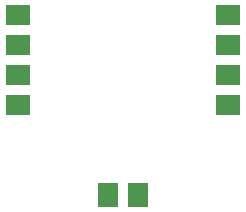
<source format=gbs>
G04 DipTrace 2.4.0.2*
%INSocialLight.gbs*%
%MOIN*%
%ADD40R,0.0685X0.0816*%
%ADD41R,0.0816X0.0685*%
%FSLAX44Y44*%
G04*
G70*
G90*
G75*
G01*
%LNBotMask*%
%LPD*%
D41*
X3937Y8937D3*
Y9937D3*
X10937D3*
Y8937D3*
X3937Y7937D3*
Y6937D3*
X10937Y7937D3*
Y6937D3*
D40*
X7937Y3937D3*
X6937D3*
M02*

</source>
